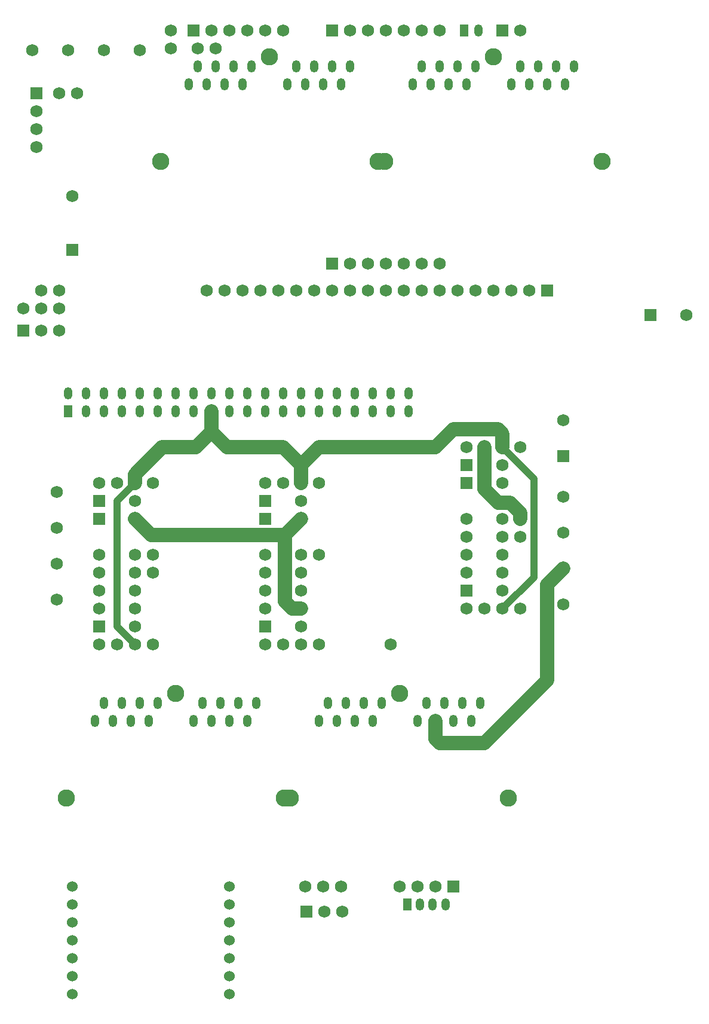
<source format=gbr>
G04 #@! TF.GenerationSoftware,KiCad,Pcbnew,5.1.6-c6e7f7d~86~ubuntu19.10.1*
G04 #@! TF.CreationDate,2021-02-01T15:35:38+02:00*
G04 #@! TF.ProjectId,authenticator2.0,61757468-656e-4746-9963-61746f72322e,rev?*
G04 #@! TF.SameCoordinates,Original*
G04 #@! TF.FileFunction,Copper,L2,Inr*
G04 #@! TF.FilePolarity,Positive*
%FSLAX46Y46*%
G04 Gerber Fmt 4.6, Leading zero omitted, Abs format (unit mm)*
G04 Created by KiCad (PCBNEW 5.1.6-c6e7f7d~86~ubuntu19.10.1) date 2021-02-01 15:35:38*
%MOMM*%
%LPD*%
G01*
G04 APERTURE LIST*
G04 #@! TA.AperFunction,ViaPad*
%ADD10O,1.200000X1.750000*%
G04 #@! TD*
G04 #@! TA.AperFunction,ViaPad*
%ADD11C,2.450000*%
G04 #@! TD*
G04 #@! TA.AperFunction,ViaPad*
%ADD12R,1.200000X1.750000*%
G04 #@! TD*
G04 #@! TA.AperFunction,ViaPad*
%ADD13C,1.750000*%
G04 #@! TD*
G04 #@! TA.AperFunction,ViaPad*
%ADD14R,1.750000X1.750000*%
G04 #@! TD*
G04 #@! TA.AperFunction,ViaPad*
%ADD15C,1.524000*%
G04 #@! TD*
G04 #@! TA.AperFunction,ViaPad*
%ADD16R,1.250000X1.750000*%
G04 #@! TD*
G04 #@! TA.AperFunction,ViaPad*
%ADD17O,1.250000X1.750000*%
G04 #@! TD*
G04 #@! TA.AperFunction,Conductor*
%ADD18C,2.000000*%
G04 #@! TD*
G04 #@! TA.AperFunction,Conductor*
%ADD19C,1.000000*%
G04 #@! TD*
G04 APERTURE END LIST*
D10*
X74295000Y-118110000D03*
D11*
X71755000Y-114220000D03*
D10*
X65405000Y-118110000D03*
X64135000Y-115570000D03*
X62865000Y-118110000D03*
X61595000Y-115570000D03*
X60325000Y-118110000D03*
D11*
X87190000Y-129030000D03*
X56320000Y-129030000D03*
D10*
X66675000Y-115570000D03*
X67945000Y-118110000D03*
X69215000Y-115570000D03*
X75565000Y-115570000D03*
X76835000Y-118110000D03*
X78105000Y-115570000D03*
X79375000Y-118110000D03*
X80645000Y-115570000D03*
X81915000Y-118110000D03*
X83185000Y-115570000D03*
X73025000Y-71755000D03*
X73025000Y-74295000D03*
X70485000Y-71755000D03*
X70485000Y-74295000D03*
X67945000Y-71755000D03*
X67945000Y-74295000D03*
X65405000Y-71755000D03*
X65405000Y-74295000D03*
X62865000Y-71755000D03*
X62865000Y-74295000D03*
X60325000Y-71755000D03*
X60325000Y-74295000D03*
X57785000Y-71755000D03*
X57785000Y-74295000D03*
X55245000Y-71755000D03*
X55245000Y-74295000D03*
X52705000Y-71755000D03*
X52705000Y-74295000D03*
X50165000Y-71755000D03*
X50165000Y-74295000D03*
X47625000Y-71755000D03*
X47625000Y-74295000D03*
X45085000Y-71755000D03*
X45085000Y-74295000D03*
X42545000Y-71755000D03*
X42545000Y-74295000D03*
X40005000Y-71755000D03*
X40005000Y-74295000D03*
X37465000Y-71755000D03*
X37465000Y-74295000D03*
X34925000Y-71755000D03*
X34925000Y-74295000D03*
X32385000Y-71755000D03*
X32385000Y-74295000D03*
X29845000Y-71755000D03*
X29845000Y-74295000D03*
X27305000Y-71755000D03*
X27305000Y-74295000D03*
X24765000Y-71755000D03*
D12*
X24765000Y-74295000D03*
D13*
X39370000Y-20320000D03*
X39370000Y-22860000D03*
D14*
X42545000Y-20320000D03*
D13*
X45085000Y-20320000D03*
X47625000Y-20320000D03*
X50165000Y-20320000D03*
X45720000Y-22860000D03*
X43180000Y-22860000D03*
D14*
X29210000Y-89535000D03*
D13*
X29210000Y-94615000D03*
X29210000Y-97155000D03*
X29210000Y-99695000D03*
X29210000Y-102235000D03*
X34290000Y-102235000D03*
X34290000Y-99695000D03*
X34290000Y-97155000D03*
X34290000Y-94615000D03*
X34290000Y-89535000D03*
X71765000Y-141601600D03*
X74305000Y-141601600D03*
X76845000Y-141601600D03*
D14*
X79385000Y-141601600D03*
D10*
X78275000Y-144141600D03*
D12*
X72875000Y-144141600D03*
D10*
X74675000Y-144141600D03*
X76475000Y-144141600D03*
D13*
X20955000Y-59690000D03*
X23495000Y-59690000D03*
X18415000Y-59690000D03*
D10*
X51435000Y-115570000D03*
X50165000Y-118110000D03*
X48895000Y-115570000D03*
X47625000Y-118110000D03*
X46355000Y-115570000D03*
X45085000Y-118110000D03*
X43815000Y-115570000D03*
X37465000Y-115570000D03*
X36195000Y-118110000D03*
X34925000Y-115570000D03*
D11*
X24570000Y-129030000D03*
X55440000Y-129030000D03*
D10*
X28575000Y-118110000D03*
X29845000Y-115570000D03*
X31115000Y-118110000D03*
X32385000Y-115570000D03*
X33655000Y-118110000D03*
D11*
X40005000Y-114220000D03*
D10*
X42545000Y-118110000D03*
D14*
X29210000Y-86995000D03*
D13*
X34290000Y-86995000D03*
X86360000Y-81915000D03*
D14*
X81280000Y-81915000D03*
D13*
X44450000Y-57150000D03*
X46990000Y-57150000D03*
X49530000Y-57150000D03*
X52070000Y-57150000D03*
X54610000Y-57150000D03*
X57150000Y-57150000D03*
X59690000Y-57150000D03*
X62230000Y-57150000D03*
X64770000Y-57150000D03*
X67310000Y-57150000D03*
X69850000Y-57150000D03*
X72390000Y-57150000D03*
X74930000Y-57150000D03*
X77470000Y-57150000D03*
X80010000Y-57150000D03*
X82550000Y-57150000D03*
X85090000Y-57150000D03*
X87630000Y-57150000D03*
X90170000Y-57150000D03*
D14*
X92710000Y-57150000D03*
D15*
X25400000Y-156845000D03*
X25400000Y-154305000D03*
X25400000Y-151765000D03*
X25400000Y-149225000D03*
X25400000Y-146685000D03*
X25400000Y-144145000D03*
X25400000Y-141605000D03*
D13*
X94960000Y-101600000D03*
X94960000Y-96520000D03*
X94960000Y-91440000D03*
X94960000Y-86360000D03*
D14*
X81280000Y-99695000D03*
D13*
X86360000Y-99695000D03*
X26035000Y-29210000D03*
X23495000Y-29210000D03*
D16*
X80899000Y-20320000D03*
D17*
X82931000Y-20320000D03*
D13*
X25400000Y-43815000D03*
D14*
X25400000Y-51435000D03*
D13*
X34290000Y-104775000D03*
D14*
X29210000Y-104775000D03*
D13*
X52705000Y-20320000D03*
X55245000Y-20320000D03*
X77470000Y-20320000D03*
X74930000Y-20320000D03*
X72390000Y-20320000D03*
X69850000Y-20320000D03*
X67310000Y-20320000D03*
X64770000Y-20320000D03*
D14*
X62230000Y-20320000D03*
D13*
X23495000Y-62865000D03*
X20955000Y-62865000D03*
D14*
X18415000Y-62865000D03*
D13*
X58419400Y-141595600D03*
X63499400Y-141595600D03*
X60959400Y-141595600D03*
X19685000Y-23150000D03*
X24765000Y-23150000D03*
X29845000Y-23150000D03*
X34925000Y-23150000D03*
X57785000Y-86995000D03*
D14*
X52705000Y-86995000D03*
D13*
X57785000Y-104775000D03*
D14*
X52705000Y-104775000D03*
D13*
X77470000Y-53340000D03*
X74930000Y-53340000D03*
X72390000Y-53340000D03*
X69850000Y-53340000D03*
X67310000Y-53340000D03*
X64770000Y-53340000D03*
D14*
X62230000Y-53340000D03*
X20320000Y-29210000D03*
D13*
X20320000Y-31750000D03*
X20320000Y-34290000D03*
X20320000Y-36830000D03*
X20955000Y-57150000D03*
X23495000Y-57150000D03*
X23150000Y-85725000D03*
X23150000Y-90805000D03*
X23150000Y-95885000D03*
X23150000Y-100965000D03*
D14*
X94960000Y-80645000D03*
D13*
X94960000Y-75565000D03*
X57785000Y-89535000D03*
X57785000Y-94615000D03*
X57785000Y-97155000D03*
X57785000Y-99695000D03*
X57785000Y-102235000D03*
X52705000Y-102235000D03*
X52705000Y-99695000D03*
X52705000Y-97155000D03*
X52705000Y-94615000D03*
D14*
X52705000Y-89535000D03*
D13*
X88900000Y-20320000D03*
D14*
X86360000Y-20320000D03*
X107315000Y-60670000D03*
D13*
X112395000Y-60670000D03*
X63652400Y-145135600D03*
X61112400Y-145135600D03*
D14*
X58572400Y-145135600D03*
D15*
X47625000Y-156845000D03*
X47625000Y-154305000D03*
X47625000Y-151765000D03*
X47625000Y-149225000D03*
X47625000Y-146685000D03*
X47625000Y-144145000D03*
X47625000Y-141605000D03*
D10*
X64770000Y-25400000D03*
X63500000Y-27940000D03*
X62230000Y-25400000D03*
X60960000Y-27940000D03*
X59690000Y-25400000D03*
X58420000Y-27940000D03*
X57150000Y-25400000D03*
X50800000Y-25400000D03*
X49530000Y-27940000D03*
X48260000Y-25400000D03*
D11*
X37905000Y-38860000D03*
X68775000Y-38860000D03*
D10*
X41910000Y-27940000D03*
X43180000Y-25400000D03*
X44450000Y-27940000D03*
X45720000Y-25400000D03*
X46990000Y-27940000D03*
D11*
X53340000Y-24050000D03*
D10*
X55880000Y-27940000D03*
D13*
X86360000Y-84455000D03*
X86360000Y-89535000D03*
X86360000Y-92075000D03*
X86360000Y-94615000D03*
X86360000Y-97155000D03*
X81280000Y-97155000D03*
X81280000Y-94615000D03*
X81280000Y-92075000D03*
X81280000Y-89535000D03*
D14*
X81280000Y-84455000D03*
D10*
X87630000Y-27940000D03*
D11*
X85090000Y-24050000D03*
D10*
X78740000Y-27940000D03*
X77470000Y-25400000D03*
X76200000Y-27940000D03*
X74930000Y-25400000D03*
X73660000Y-27940000D03*
D11*
X100525000Y-38860000D03*
X69655000Y-38860000D03*
D10*
X80010000Y-25400000D03*
X81280000Y-27940000D03*
X82550000Y-25400000D03*
X88900000Y-25400000D03*
X90170000Y-27940000D03*
X91440000Y-25400000D03*
X92710000Y-27940000D03*
X93980000Y-25400000D03*
X95250000Y-27940000D03*
X96520000Y-25400000D03*
D13*
X31750000Y-107315000D03*
X34290000Y-107315000D03*
X29210000Y-107315000D03*
X31750000Y-84455000D03*
X34290000Y-84455000D03*
X29210000Y-84455000D03*
X52705000Y-107315000D03*
X57785000Y-107315000D03*
X55245000Y-107315000D03*
X52705000Y-84455000D03*
X57785000Y-84455000D03*
X55245000Y-84455000D03*
X83820000Y-102235000D03*
X86360000Y-102235000D03*
X81280000Y-102235000D03*
X81280000Y-79375000D03*
X86360000Y-79375000D03*
X83820000Y-79375000D03*
X36830000Y-97155000D03*
X36830000Y-107315000D03*
X36830000Y-94615000D03*
X36830000Y-84455000D03*
X70485000Y-107315000D03*
X60325000Y-107315000D03*
X60325000Y-84455000D03*
X60325000Y-94615000D03*
X88900000Y-92075000D03*
X88900000Y-102235000D03*
X88900000Y-89535000D03*
X88900000Y-79375000D03*
D18*
X34290000Y-83217564D02*
X38132564Y-79375000D01*
X34290000Y-84455000D02*
X34290000Y-83217564D01*
X45085000Y-77170000D02*
X45085000Y-74295000D01*
X42880000Y-79375000D02*
X45085000Y-77170000D01*
X38132564Y-79375000D02*
X42880000Y-79375000D01*
X57785000Y-81915000D02*
X57785000Y-84455000D01*
X55245000Y-79375000D02*
X57785000Y-81915000D01*
X45085000Y-77170000D02*
X47290000Y-79375000D01*
X47290000Y-79375000D02*
X55245000Y-79375000D01*
X60325000Y-79375000D02*
X57785000Y-81915000D01*
X86360000Y-77470000D02*
X85725000Y-76835000D01*
X86360000Y-79375000D02*
X86360000Y-77470000D01*
X85725000Y-76835000D02*
X79375000Y-76835000D01*
X79375000Y-76835000D02*
X76835000Y-79375000D01*
X76835000Y-79375000D02*
X60325000Y-79375000D01*
D19*
X34290000Y-107315000D02*
X31750000Y-104775000D01*
X31750000Y-86995000D02*
X34290000Y-84455000D01*
X31750000Y-104775000D02*
X31750000Y-86995000D01*
X90800010Y-97794990D02*
X86360000Y-102235000D01*
X90800010Y-83815010D02*
X90800010Y-97794990D01*
X86360000Y-79375000D02*
X90800010Y-83815010D01*
D18*
X92684999Y-98795001D02*
X92684999Y-112420001D01*
X94960000Y-96520000D02*
X92684999Y-98795001D01*
X92684999Y-112420001D02*
X83820000Y-121285000D01*
X83820000Y-121285000D02*
X77470000Y-121285000D01*
X76835000Y-120650000D02*
X76835000Y-118110000D01*
X77470000Y-121285000D02*
X76835000Y-120650000D01*
X55509999Y-91810001D02*
X57785000Y-89535000D01*
X36565001Y-91810001D02*
X55509999Y-91810001D01*
X34290000Y-89535000D02*
X36565001Y-91810001D01*
X55509999Y-101197435D02*
X55509999Y-91810001D01*
X56547564Y-102235000D02*
X55509999Y-101197435D01*
X57785000Y-102235000D02*
X56547564Y-102235000D01*
X87452001Y-87259999D02*
X88900000Y-88707998D01*
X88900000Y-88707998D02*
X88900000Y-89535000D01*
X85797997Y-87259999D02*
X87452001Y-87259999D01*
X83820000Y-85282002D02*
X85797997Y-87259999D01*
X83820000Y-79375000D02*
X83820000Y-85282002D01*
M02*

</source>
